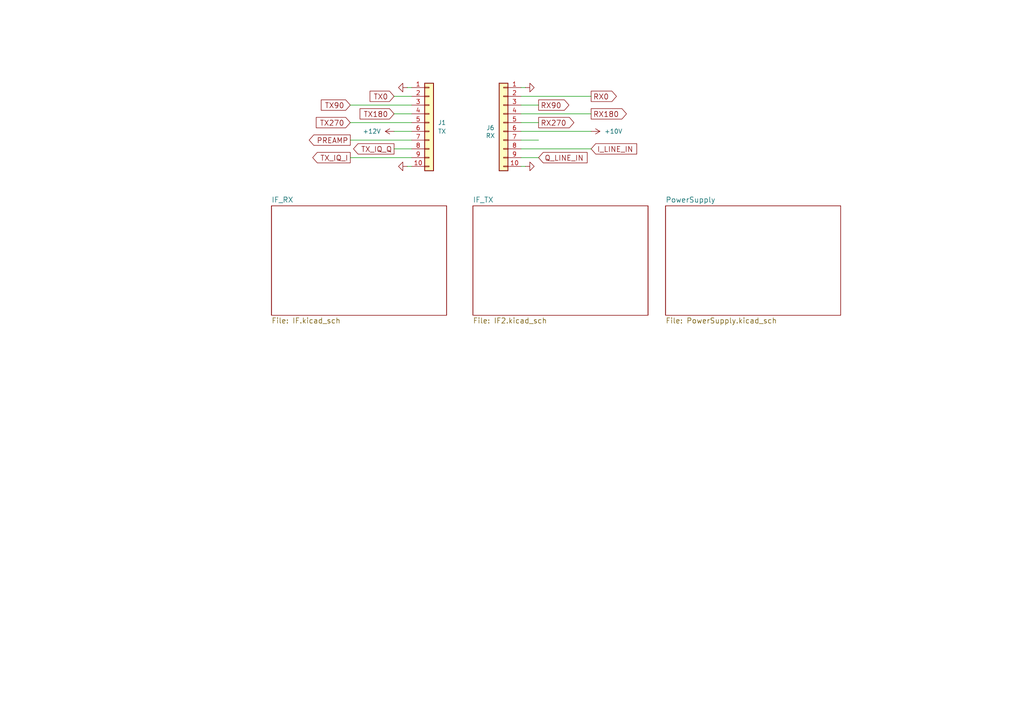
<source format=kicad_sch>
(kicad_sch (version 20231120) (generator "eeschema") (generator_version "8.0")
  (paper "A4")
  (title_block (title "Pure TRX") (date "2016-02-18") (rev "1.06") (company "SofterHardware") (comment 1 "Vasyl Kuzmenko"))
  (lib_symbols
    (symbol "Connector_Generic:Conn_01x10" (pin_names (offset 1.016) hide)
      (property "Reference" "J" (at 0 12.7 0))
      (property "Value" "Conn_01x10" (at 0 -15.24 0))
      (symbol "Conn_01x10_1_1"
        (rectangle (start -1.27 -12.573) (end 0 -12.827) (stroke (width 0.1524)))
        (rectangle (start -1.27 -10.033) (end 0 -10.287) (stroke (width 0.1524)))
        (rectangle (start -1.27 -7.493) (end 0 -7.747) (stroke (width 0.1524)))
        (rectangle (start -1.27 -4.953) (end 0 -5.207) (stroke (width 0.1524)))
        (rectangle (start -1.27 -2.413) (end 0 -2.667) (stroke (width 0.1524)))
        (rectangle (start -1.27 0.127) (end 0 -0.127) (stroke (width 0.1524)))
        (rectangle (start -1.27 2.667) (end 0 2.413) (stroke (width 0.1524)))
        (rectangle (start -1.27 5.207) (end 0 4.953) (stroke (width 0.1524)))
        (rectangle (start -1.27 7.747) (end 0 7.493) (stroke (width 0.1524)))
        (rectangle (start -1.27 10.287) (end 0 10.033) (stroke (width 0.1524)))
        (rectangle (start -1.27 11.43) (end 1.27 -13.97) (stroke (width 0.254)) (fill (type background)))
        (pin passive line (at -5.08 10.16 0) (length 3.81) (name "Pin_1") (number "1"))
        (pin passive line (at -5.08 -12.7 0) (length 3.81) (name "Pin_10") (number "10"))
        (pin passive line (at -5.08 7.62 0) (length 3.81) (name "Pin_2") (number "2"))
        (pin passive line (at -5.08 5.08 0) (length 3.81) (name "Pin_3") (number "3"))
        (pin passive line (at -5.08 2.54 0) (length 3.81) (name "Pin_4") (number "4"))
        (pin passive line (at -5.08 0 0) (length 3.81) (name "Pin_5") (number "5"))
        (pin passive line (at -5.08 -2.54 0) (length 3.81) (name "Pin_6") (number "6"))
        (pin passive line (at -5.08 -5.08 0) (length 3.81) (name "Pin_7") (number "7"))
        (pin passive line (at -5.08 -7.62 0) (length 3.81) (name "Pin_8") (number "8"))
        (pin passive line (at -5.08 -10.16 0) (length 3.81) (name "Pin_9") (number "9"))
      )
    )
    (symbol "power:+10V" (power) (pin_numbers hide) (pin_names (offset 0) hide)
      (property "Value" "+10V" (at 0 3.556 0))
      (symbol "+10V_0_1"
        (polyline (pts (xy -0.762 1.27) (xy 0 2.54)))
        (polyline (pts (xy 0 0) (xy 0 2.54)))
        (polyline (pts (xy 0 2.54) (xy 0.762 1.27)))
      )
      (symbol "+10V_1_1"
        (pin power_in line (at 0 0 90) (length 0) (name "~") (number "1"))
      )
    )
    (symbol "power:+12V" (power) (pin_numbers hide) (pin_names (offset 0) hide)
      (property "Value" "+12V" (at 0 3.556 0))
      (symbol "+12V_0_1"
        (polyline (pts (xy -0.762 1.27) (xy 0 2.54)))
        (polyline (pts (xy 0 0) (xy 0 2.54)))
        (polyline (pts (xy 0 2.54) (xy 0.762 1.27)))
      )
      (symbol "+12V_1_1"
        (pin power_in line (at 0 0 90) (length 0) (name "~") (number "1"))
      )
    )
    (symbol "power:GND" (power) (pin_numbers hide) (pin_names (offset 0) hide)
      (property "Value" "GND" (at 0 -3.81 0))
      (symbol "GND_0_1"
        (polyline (pts (xy 0 0) (xy 0 -1.27) (xy 1.27 -1.27) (xy 0 -2.54) (xy -1.27 -1.27) (xy 0 -1.27)))
      )
      (symbol "GND_1_1"
        (pin power_in line (at 0 0 270) (length 0) (name "~") (number "1"))
      )
    )
  )
  (wire (pts (xy 156.21 45.72) (xy 151.13 45.72)))
  (wire (pts (xy 114.3 27.94) (xy 119.38 27.94)))
  (wire (pts (xy 152.4 48.26) (xy 151.13 48.26)))
  (wire (pts (xy 101.6 35.56) (xy 119.38 35.56)))
  (wire (pts (xy 118.11 25.4) (xy 119.38 25.4)))
  (wire (pts (xy 156.21 40.64) (xy 151.13 40.64)))
  (wire (pts (xy 118.11 48.26) (xy 119.38 48.26)))
  (wire (pts (xy 171.45 33.02) (xy 151.13 33.02)))
  (wire (pts (xy 156.21 35.56) (xy 151.13 35.56)))
  (wire (pts (xy 101.6 30.48) (xy 119.38 30.48)))
  (wire (pts (xy 151.13 30.48) (xy 156.21 30.48)))
  (wire (pts (xy 151.13 38.1) (xy 171.45 38.1)))
  (wire (pts (xy 114.3 33.02) (xy 119.38 33.02)))
  (wire (pts (xy 152.4 25.4) (xy 151.13 25.4)))
  (wire (pts (xy 151.13 43.18) (xy 171.45 43.18)))
  (wire (pts (xy 114.3 43.18) (xy 119.38 43.18)))
  (wire (pts (xy 114.3 38.1) (xy 119.38 38.1)))
  (wire (pts (xy 101.6 45.72) (xy 119.38 45.72)))
  (wire (pts (xy 151.13 27.94) (xy 171.45 27.94)))
  (wire (pts (xy 101.6 40.64) (xy 119.38 40.64)))
  (global_label "TX_IQ_I" (shape output) (at 101.6 45.72 180) (effects (font (size 1.524 1.524))) (property "Intersheetrefs" "${INTERSHEET_REFS}" (effects (hide yes))))
  (global_label "TX180" (shape input) (at 114.3 33.02 180) (effects (font (size 1.524 1.524))) (property "Intersheetrefs" "${INTERSHEET_REFS}" (effects (hide yes))))
  (global_label "I_LINE_IN" (shape input) (at 171.45 43.18 0) (effects (font (size 1.524 1.524))) (property "Intersheetrefs" "${INTERSHEET_REFS}" (effects (hide yes))))
  (global_label "TX270" (shape input) (at 101.6 35.56 180) (effects (font (size 1.524 1.524))) (property "Intersheetrefs" "${INTERSHEET_REFS}" (effects (hide yes))))
  (global_label "RX0" (shape output) (at 171.45 27.94 0) (effects (font (size 1.524 1.524))) (property "Intersheetrefs" "${INTERSHEET_REFS}" (effects (hide yes))))
  (global_label "TX_IQ_Q" (shape output) (at 114.3 43.18 180) (effects (font (size 1.524 1.524))) (property "Intersheetrefs" "${INTERSHEET_REFS}" (effects (hide yes))))
  (global_label "Q_LINE_IN" (shape input) (at 156.21 45.72 0) (effects (font (size 1.524 1.524))) (property "Intersheetrefs" "${INTERSHEET_REFS}" (effects (hide yes))))
  (global_label "TX0" (shape input) (at 114.3 27.94 180) (effects (font (size 1.524 1.524))) (property "Intersheetrefs" "${INTERSHEET_REFS}" (effects (hide yes))))
  (global_label "TX90" (shape input) (at 101.6 30.48 180) (effects (font (size 1.524 1.524))) (property "Intersheetrefs" "${INTERSHEET_REFS}" (effects (hide yes))))
  (global_label "PREAMP" (shape output) (at 101.6 40.64 180) (effects (font (size 1.524 1.524))) (property "Intersheetrefs" "${INTERSHEET_REFS}" (effects (hide yes))))
  (global_label "RX90" (shape output) (at 156.21 30.48 0) (effects (font (size 1.524 1.524))) (property "Intersheetrefs" "${INTERSHEET_REFS}" (effects (hide yes))))
  (global_label "RX180" (shape output) (at 171.45 33.02 0) (effects (font (size 1.524 1.524))) (property "Intersheetrefs" "${INTERSHEET_REFS}" (effects (hide yes))))
  (global_label "RX270" (shape output) (at 156.21 35.56 0) (effects (font (size 1.524 1.524))) (property "Intersheetrefs" "${INTERSHEET_REFS}" (effects (hide yes))))
  (symbol (lib_id "Connector_Generic:Conn_01x10") (at 124.46 35.56 0) (unit 1)
    (property "Reference" "J1" (at 127 35.5599 0) (effects (justify left)))
    (property "Value" "TX" (at 127 38.0999 0) (effects (justify left)))
    (property "Footprint" "Connector_PinHeader_2.54mm:PinHeader_1x10_P2.54mm_Vertical" (effects (hide yes)))
    (property "Description" "Generic connector, single row, 01x10, script generated (kicad-library-utils/schlib/autogen/connector/)" (effects (hide yes)))
  )
  (symbol (lib_id "power:GND") (at 152.4 48.26 90) (unit 1)
    (property "Reference" "#PWR09" (effects (hide yes)))
    (property "Value" "GND" (effects (hide yes)))
    (property "Description" "Power symbol creates a global label with name \"GND\" , ground" (effects (hide yes)))
  )
  (symbol (lib_id "power:GND") (at 152.4 25.4 90) (unit 1)
    (property "Reference" "#PWR07" (effects (hide yes)))
    (property "Value" "GND" (effects (hide yes)))
    (property "Description" "Power symbol creates a global label with name \"GND\" , ground" (effects (hide yes)))
  )
  (symbol (lib_id "power:GND") (at 118.11 48.26 270) (unit 1)
    (property "Reference" "#PWR013" (effects (hide yes)))
    (property "Value" "GND" (effects (hide yes)))
    (property "Description" "Power symbol creates a global label with name \"GND\" , ground" (effects (hide yes)))
  )
  (symbol (lib_id "power:GND") (at 118.11 25.4 270) (unit 1)
    (property "Reference" "#PWR012" (effects (hide yes)))
    (property "Value" "GND" (effects (hide yes)))
    (property "Description" "Power symbol creates a global label with name \"GND\" , ground" (effects (hide yes)))
  )
  (symbol (lib_id "power:+10V") (at 171.45 38.1 270) (unit 1)
    (property "Reference" "#PWR08" (effects (hide yes)))
    (property "Value" "+10V" (at 175.26 38.0999 90) (effects (justify left)))
    (property "Description" "Power symbol creates a global label with name \"+10V\"" (effects (hide yes)))
  )
  (symbol (lib_id "Connector_Generic:Conn_01x10") (at 146.05 35.56 0) (mirror y) (unit 1)
    (property "Reference" "J6" (at 142.24 37.084 0))
    (property "Value" "RX" (at 142.24 39.37 0))
    (property "Footprint" "Connector_PinHeader_2.54mm:PinHeader_1x10_P2.54mm_Vertical" (effects (hide yes)))
    (property "Description" "Generic connector, single row, 01x10, script generated (kicad-library-utils/schlib/autogen/connector/)" (effects (hide yes)))
  )
  (symbol (lib_id "power:+12V") (at 114.3 38.1 90) (unit 1)
    (property "Reference" "#PWR011" (effects (hide yes)))
    (property "Value" "+12V" (at 110.49 38.0999 90) (effects (justify left)))
    (property "Description" "Power symbol creates a global label with name \"+12V\"" (effects (hide yes)))
  )
  (sheet (at 78.74 59.69) (size 50.8 31.75)
    (property "Sheetname" "IF_RX" (at 78.74 58.8514 0) (effects (font (size 1.524 1.524)) (justify left bottom)))
    (property "Sheetfile" "IF.kicad_sch" (at 78.74 92.1262 0) (effects (font (size 1.524 1.524)) (justify left top)))
  )
  (sheet (at 137.16 59.69) (size 50.8 31.75)
    (property "Sheetname" "IF_TX" (at 137.16 58.8514 0) (effects (font (size 1.524 1.524)) (justify left bottom)))
    (property "Sheetfile" "IF2.kicad_sch" (at 137.16 92.1262 0) (effects (font (size 1.524 1.524)) (justify left top)))
  )
  (sheet (at 193.04 59.69) (size 50.8 31.75)
    (property "Sheetname" "PowerSupply" (at 193.04 58.8514 0) (effects (font (size 1.524 1.524)) (justify left bottom)))
    (property "Sheetfile" "PowerSupply.kicad_sch" (at 193.04 92.1262 0) (effects (font (size 1.524 1.524)) (justify left top)))
  )
)
</source>
